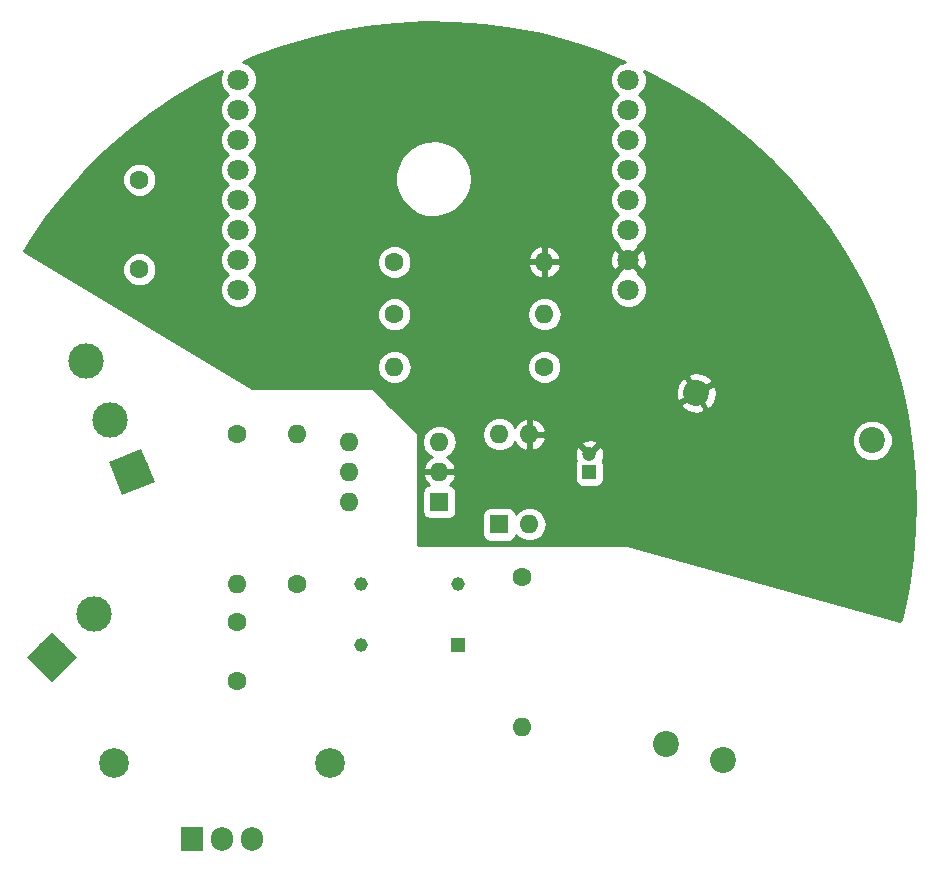
<source format=gbr>
G04 #@! TF.GenerationSoftware,KiCad,Pcbnew,5.0.0+dfsg1-2*
G04 #@! TF.CreationDate,2019-05-26T04:41:42+02:00*
G04 #@! TF.ProjectId,ceiling-light-controller,6365696C696E672D6C696768742D636F,rev?*
G04 #@! TF.SameCoordinates,Original*
G04 #@! TF.FileFunction,Copper,L2,Bot,Signal*
G04 #@! TF.FilePolarity,Positive*
%FSLAX46Y46*%
G04 Gerber Fmt 4.6, Leading zero omitted, Abs format (unit mm)*
G04 Created by KiCad (PCBNEW 5.0.0+dfsg1-2) date Sun May 26 04:41:42 2019*
%MOMM*%
%LPD*%
G01*
G04 APERTURE LIST*
G04 #@! TA.AperFunction,ComponentPad*
%ADD10O,1.600000X1.600000*%
G04 #@! TD*
G04 #@! TA.AperFunction,ComponentPad*
%ADD11R,1.600000X1.600000*%
G04 #@! TD*
G04 #@! TA.AperFunction,ComponentPad*
%ADD12R,1.160000X1.160000*%
G04 #@! TD*
G04 #@! TA.AperFunction,ComponentPad*
%ADD13C,1.160000*%
G04 #@! TD*
G04 #@! TA.AperFunction,ComponentPad*
%ADD14C,1.600000*%
G04 #@! TD*
G04 #@! TA.AperFunction,ComponentPad*
%ADD15R,1.905000X2.000000*%
G04 #@! TD*
G04 #@! TA.AperFunction,ComponentPad*
%ADD16O,1.905000X2.000000*%
G04 #@! TD*
G04 #@! TA.AperFunction,ComponentPad*
%ADD17C,2.524000*%
G04 #@! TD*
G04 #@! TA.AperFunction,ComponentPad*
%ADD18R,1.200000X1.200000*%
G04 #@! TD*
G04 #@! TA.AperFunction,ComponentPad*
%ADD19C,1.200000*%
G04 #@! TD*
G04 #@! TA.AperFunction,ComponentPad*
%ADD20C,3.000000*%
G04 #@! TD*
G04 #@! TA.AperFunction,Conductor*
%ADD21C,0.100000*%
G04 #@! TD*
G04 #@! TA.AperFunction,ComponentPad*
%ADD22C,2.200000*%
G04 #@! TD*
G04 #@! TA.AperFunction,ComponentPad*
%ADD23C,1.800000*%
G04 #@! TD*
G04 #@! TA.AperFunction,Conductor*
%ADD24C,0.254000*%
G04 #@! TD*
G04 APERTURE END LIST*
D10*
G04 #@! TO.P,U3,6*
G04 #@! TO.N,Net-(R3-Pad2)*
X139700000Y-98425000D03*
G04 #@! TO.P,U3,3*
G04 #@! TO.N,Net-(U3-Pad3)*
X147320000Y-93345000D03*
G04 #@! TO.P,U3,5*
G04 #@! TO.N,Net-(U3-Pad5)*
X139700000Y-95885000D03*
G04 #@! TO.P,U3,2*
G04 #@! TO.N,GND*
X147320000Y-95885000D03*
G04 #@! TO.P,U3,4*
G04 #@! TO.N,Net-(Q1-Pad3)*
X139700000Y-93345000D03*
D11*
G04 #@! TO.P,U3,1*
G04 #@! TO.N,Net-(R5-Pad1)*
X147320000Y-98425000D03*
G04 #@! TD*
D12*
G04 #@! TO.P,BR1,1*
G04 #@! TO.N,Net-(BR1-Pad1)*
X148905000Y-110500000D03*
D13*
G04 #@! TO.P,BR1,2*
G04 #@! TO.N,Net-(BR1-Pad2)*
X148905000Y-105400000D03*
G04 #@! TO.P,BR1,3*
G04 #@! TO.N,Net-(BR1-Pad3)*
X140655000Y-105400000D03*
G04 #@! TO.P,BR1,4*
G04 #@! TO.N,Net-(BR1-Pad4)*
X140655000Y-110500000D03*
G04 #@! TD*
D14*
G04 #@! TO.P,R7,1*
G04 #@! TO.N,Net-(R7-Pad1)*
X121920000Y-78740000D03*
G04 #@! TO.P,R7,2*
G04 #@! TO.N,Net-(R6-Pad1)*
X121920000Y-71140000D03*
G04 #@! TD*
G04 #@! TO.P,R6,1*
G04 #@! TO.N,Net-(R6-Pad1)*
X143510000Y-78105000D03*
D10*
G04 #@! TO.P,R6,2*
G04 #@! TO.N,GND*
X156210000Y-78105000D03*
G04 #@! TD*
D15*
G04 #@! TO.P,Q1,1*
G04 #@! TO.N,Net-(C5-Pad2)*
X126365000Y-127000000D03*
D16*
G04 #@! TO.P,Q1,2*
G04 #@! TO.N,Net-(J1-Pad1)*
X128905000Y-127000000D03*
G04 #@! TO.P,Q1,3*
G04 #@! TO.N,Net-(Q1-Pad3)*
X131445000Y-127000000D03*
D17*
G04 #@! TO.P,Q1,4*
G04 #@! TO.N,N/C*
X119780000Y-120500000D03*
G04 #@! TO.P,Q1,5*
X138030000Y-120500000D03*
G04 #@! TD*
D18*
G04 #@! TO.P,C1,1*
G04 #@! TO.N,Net-(C1-Pad1)*
X160020000Y-95885000D03*
D19*
G04 #@! TO.P,C1,2*
G04 #@! TO.N,GND*
X160020000Y-94385000D03*
G04 #@! TD*
D14*
G04 #@! TO.P,C5,1*
G04 #@! TO.N,Net-(C5-Pad1)*
X130175000Y-108585000D03*
G04 #@! TO.P,C5,2*
G04 #@! TO.N,Net-(C5-Pad2)*
X130175000Y-113585000D03*
G04 #@! TD*
G04 #@! TO.P,R1,1*
G04 #@! TO.N,Net-(R1-Pad1)*
X154305000Y-104775000D03*
D10*
G04 #@! TO.P,R1,2*
G04 #@! TO.N,Net-(BR1-Pad1)*
X154305000Y-117475000D03*
G04 #@! TD*
D14*
G04 #@! TO.P,R5,1*
G04 #@! TO.N,Net-(R5-Pad1)*
X143510000Y-82550000D03*
D10*
G04 #@! TO.P,R5,2*
G04 #@! TO.N,Net-(R5-Pad2)*
X156210000Y-82550000D03*
G04 #@! TD*
G04 #@! TO.P,R4,2*
G04 #@! TO.N,Net-(C5-Pad1)*
X130175000Y-105410000D03*
D14*
G04 #@! TO.P,R4,1*
G04 #@! TO.N,Net-(J1-Pad1)*
X130175000Y-92710000D03*
G04 #@! TD*
G04 #@! TO.P,R3,1*
G04 #@! TO.N,Net-(J1-Pad1)*
X135255000Y-105410000D03*
D10*
G04 #@! TO.P,R3,2*
G04 #@! TO.N,Net-(R3-Pad2)*
X135255000Y-92710000D03*
G04 #@! TD*
G04 #@! TO.P,R2,2*
G04 #@! TO.N,Net-(C1-Pad1)*
X143510000Y-86995000D03*
D14*
G04 #@! TO.P,R2,1*
G04 #@! TO.N,Net-(D1-Pad1)*
X156210000Y-86995000D03*
G04 #@! TD*
D20*
G04 #@! TO.P,J2,1*
G04 #@! TO.N,Net-(BR1-Pad4)*
X114517898Y-111542102D03*
D21*
G04 #@! TD*
G04 #@! TO.N,Net-(BR1-Pad4)*
G04 #@! TO.C,J2*
G36*
X114517898Y-113663422D02*
X112396578Y-111542102D01*
X114517898Y-109420782D01*
X116639218Y-111542102D01*
X114517898Y-113663422D01*
X114517898Y-113663422D01*
G37*
D20*
G04 #@! TO.P,J2,2*
G04 #@! TO.N,Net-(C5-Pad2)*
X118110000Y-107950000D03*
G04 #@! TD*
G04 #@! TO.P,J1,1*
G04 #@! TO.N,Net-(J1-Pad1)*
X121285000Y-95885000D03*
D21*
G04 #@! TD*
G04 #@! TO.N,Net-(J1-Pad1)*
G04 #@! TO.C,J1*
G36*
X123244844Y-96696794D02*
X120473206Y-97844844D01*
X119325156Y-95073206D01*
X122096794Y-93925156D01*
X123244844Y-96696794D01*
X123244844Y-96696794D01*
G37*
D20*
G04 #@! TO.P,J1,2*
G04 #@! TO.N,Net-(BR1-Pad3)*
X119457687Y-91473475D03*
G04 #@! TO.P,J1,3*
G04 #@! TO.N,Net-(BR1-Pad4)*
X117396936Y-86498384D03*
G04 #@! TD*
D10*
G04 #@! TO.P,U1,4*
G04 #@! TO.N,Net-(C1-Pad1)*
X152400000Y-92710000D03*
G04 #@! TO.P,U1,2*
G04 #@! TO.N,Net-(BR1-Pad2)*
X154940000Y-100330000D03*
G04 #@! TO.P,U1,3*
G04 #@! TO.N,GND*
X154940000Y-92710000D03*
D11*
G04 #@! TO.P,U1,1*
G04 #@! TO.N,Net-(R1-Pad1)*
X152400000Y-100330000D03*
G04 #@! TD*
D22*
G04 #@! TO.P,U2,1*
G04 #@! TO.N,Net-(BR1-Pad4)*
X166500545Y-118962062D03*
G04 #@! TO.P,U2,2*
G04 #@! TO.N,Net-(J1-Pad1)*
X171330175Y-120256157D03*
G04 #@! TO.P,U2,3*
G04 #@! TO.N,GND*
X169087011Y-89217984D03*
G04 #@! TO.P,U2,4*
G04 #@! TO.N,Net-(D1-Pad1)*
X183962269Y-93203797D03*
G04 #@! TD*
D23*
G04 #@! TO.P,U4,16*
G04 #@! TO.N,Net-(R7-Pad1)*
X130315000Y-80455000D03*
G04 #@! TO.P,U4,1*
G04 #@! TO.N,Net-(D1-Pad1)*
X163335000Y-80455000D03*
G04 #@! TO.P,U4,15*
G04 #@! TO.N,Net-(U4-Pad15)*
X130315000Y-77915000D03*
G04 #@! TO.P,U4,2*
G04 #@! TO.N,GND*
X163335000Y-77915000D03*
G04 #@! TO.P,U4,14*
G04 #@! TO.N,Net-(U4-Pad14)*
X130315000Y-75375000D03*
G04 #@! TO.P,U4,3*
G04 #@! TO.N,Net-(C1-Pad1)*
X163335000Y-75375000D03*
G04 #@! TO.P,U4,13*
G04 #@! TO.N,Net-(U4-Pad13)*
X130315000Y-72835000D03*
G04 #@! TO.P,U4,4*
G04 #@! TO.N,Net-(R5-Pad2)*
X163335000Y-72835000D03*
G04 #@! TO.P,U4,12*
G04 #@! TO.N,Net-(U4-Pad12)*
X130315000Y-70295000D03*
G04 #@! TO.P,U4,5*
G04 #@! TO.N,Net-(D1-Pad4)*
X163335000Y-70295000D03*
G04 #@! TO.P,U4,11*
G04 #@! TO.N,Net-(U4-Pad11)*
X130315000Y-67755000D03*
G04 #@! TO.P,U4,6*
G04 #@! TO.N,Net-(U4-Pad6)*
X163335000Y-67755000D03*
G04 #@! TO.P,U4,10*
G04 #@! TO.N,Net-(R6-Pad1)*
X130315000Y-65215000D03*
G04 #@! TO.P,U4,7*
G04 #@! TO.N,Net-(U4-Pad7)*
X163335000Y-65215000D03*
G04 #@! TO.P,U4,9*
G04 #@! TO.N,Net-(U4-Pad9)*
X130315000Y-62675000D03*
G04 #@! TO.P,U4,8*
G04 #@! TO.N,Net-(U4-Pad8)*
X163335000Y-62675000D03*
G04 #@! TD*
D24*
G04 #@! TO.N,GND*
G36*
X148603144Y-57838799D02*
X151086103Y-58023315D01*
X153553166Y-58359067D01*
X155995130Y-58844804D01*
X158402886Y-59478714D01*
X160767451Y-60258430D01*
X163003890Y-61150679D01*
X162465493Y-61373690D01*
X162033690Y-61805493D01*
X161800000Y-62369670D01*
X161800000Y-62980330D01*
X162033690Y-63544507D01*
X162434183Y-63945000D01*
X162033690Y-64345493D01*
X161800000Y-64909670D01*
X161800000Y-65520330D01*
X162033690Y-66084507D01*
X162434183Y-66485000D01*
X162033690Y-66885493D01*
X161800000Y-67449670D01*
X161800000Y-68060330D01*
X162033690Y-68624507D01*
X162434183Y-69025000D01*
X162033690Y-69425493D01*
X161800000Y-69989670D01*
X161800000Y-70600330D01*
X162033690Y-71164507D01*
X162434183Y-71565000D01*
X162033690Y-71965493D01*
X161800000Y-72529670D01*
X161800000Y-73140330D01*
X162033690Y-73704507D01*
X162434183Y-74105000D01*
X162033690Y-74505493D01*
X161800000Y-75069670D01*
X161800000Y-75680330D01*
X162033690Y-76244507D01*
X162465493Y-76676310D01*
X162485115Y-76684438D01*
X162434446Y-76834841D01*
X163335000Y-77735395D01*
X164235554Y-76834841D01*
X164184885Y-76684438D01*
X164204507Y-76676310D01*
X164636310Y-76244507D01*
X164870000Y-75680330D01*
X164870000Y-75069670D01*
X164636310Y-74505493D01*
X164235817Y-74105000D01*
X164636310Y-73704507D01*
X164870000Y-73140330D01*
X164870000Y-72529670D01*
X164636310Y-71965493D01*
X164235817Y-71565000D01*
X164636310Y-71164507D01*
X164870000Y-70600330D01*
X164870000Y-69989670D01*
X164636310Y-69425493D01*
X164235817Y-69025000D01*
X164636310Y-68624507D01*
X164870000Y-68060330D01*
X164870000Y-67449670D01*
X164636310Y-66885493D01*
X164235817Y-66485000D01*
X164636310Y-66084507D01*
X164870000Y-65520330D01*
X164870000Y-64909670D01*
X164636310Y-64345493D01*
X164235817Y-63945000D01*
X164636310Y-63544507D01*
X164870000Y-62980330D01*
X164870000Y-62369670D01*
X164692706Y-61941645D01*
X165331923Y-62243119D01*
X167514801Y-63440687D01*
X169620499Y-64769283D01*
X171641160Y-66223951D01*
X173569246Y-67799264D01*
X175397566Y-69489345D01*
X177119299Y-71287891D01*
X178728022Y-73188191D01*
X180217733Y-75183157D01*
X181582876Y-77265346D01*
X182818359Y-79426992D01*
X183919571Y-81660030D01*
X184882406Y-83956131D01*
X185703271Y-86306728D01*
X186379105Y-88703054D01*
X186907386Y-91136169D01*
X187286144Y-93596996D01*
X187513965Y-96076356D01*
X187590000Y-98565000D01*
X187534133Y-100698475D01*
X187327957Y-103179729D01*
X186970688Y-105643768D01*
X186463660Y-108081400D01*
X186356946Y-108472821D01*
X163228675Y-102112546D01*
X163195000Y-102108000D01*
X145542000Y-102108000D01*
X145542000Y-97625000D01*
X145872560Y-97625000D01*
X145872560Y-99225000D01*
X145921843Y-99472765D01*
X146062191Y-99682809D01*
X146272235Y-99823157D01*
X146520000Y-99872440D01*
X148120000Y-99872440D01*
X148367765Y-99823157D01*
X148577809Y-99682809D01*
X148679913Y-99530000D01*
X150952560Y-99530000D01*
X150952560Y-101130000D01*
X151001843Y-101377765D01*
X151142191Y-101587809D01*
X151352235Y-101728157D01*
X151600000Y-101777440D01*
X153200000Y-101777440D01*
X153447765Y-101728157D01*
X153657809Y-101587809D01*
X153798157Y-101377765D01*
X153824785Y-101243894D01*
X153905423Y-101364577D01*
X154380091Y-101681740D01*
X154798667Y-101765000D01*
X155081333Y-101765000D01*
X155499909Y-101681740D01*
X155974577Y-101364577D01*
X156291740Y-100889909D01*
X156403113Y-100330000D01*
X156291740Y-99770091D01*
X155974577Y-99295423D01*
X155499909Y-98978260D01*
X155081333Y-98895000D01*
X154798667Y-98895000D01*
X154380091Y-98978260D01*
X153905423Y-99295423D01*
X153824785Y-99416106D01*
X153798157Y-99282235D01*
X153657809Y-99072191D01*
X153447765Y-98931843D01*
X153200000Y-98882560D01*
X151600000Y-98882560D01*
X151352235Y-98931843D01*
X151142191Y-99072191D01*
X151001843Y-99282235D01*
X150952560Y-99530000D01*
X148679913Y-99530000D01*
X148718157Y-99472765D01*
X148767440Y-99225000D01*
X148767440Y-97625000D01*
X148718157Y-97377235D01*
X148577809Y-97167191D01*
X148367765Y-97026843D01*
X148212639Y-96995987D01*
X148551041Y-96622423D01*
X148711904Y-96234039D01*
X148589915Y-96012000D01*
X147447000Y-96012000D01*
X147447000Y-96032000D01*
X147193000Y-96032000D01*
X147193000Y-96012000D01*
X146050085Y-96012000D01*
X145928096Y-96234039D01*
X146088959Y-96622423D01*
X146427361Y-96995987D01*
X146272235Y-97026843D01*
X146062191Y-97167191D01*
X145921843Y-97377235D01*
X145872560Y-97625000D01*
X145542000Y-97625000D01*
X145542000Y-93345000D01*
X145856887Y-93345000D01*
X145968260Y-93904909D01*
X146285423Y-94379577D01*
X146669108Y-94635947D01*
X146464866Y-94732611D01*
X146088959Y-95147577D01*
X145928096Y-95535961D01*
X146050085Y-95758000D01*
X147193000Y-95758000D01*
X147193000Y-95738000D01*
X147447000Y-95738000D01*
X147447000Y-95758000D01*
X148589915Y-95758000D01*
X148711904Y-95535961D01*
X148551041Y-95147577D01*
X148175134Y-94732611D01*
X147970892Y-94635947D01*
X148354577Y-94379577D01*
X148463851Y-94216036D01*
X158772193Y-94216036D01*
X158802518Y-94706413D01*
X158894505Y-94928490D01*
X158821843Y-95037235D01*
X158772560Y-95285000D01*
X158772560Y-96485000D01*
X158821843Y-96732765D01*
X158962191Y-96942809D01*
X159172235Y-97083157D01*
X159420000Y-97132440D01*
X160620000Y-97132440D01*
X160867765Y-97083157D01*
X161077809Y-96942809D01*
X161218157Y-96732765D01*
X161267440Y-96485000D01*
X161267440Y-95285000D01*
X161218157Y-95037235D01*
X161141291Y-94922198D01*
X161267807Y-94553964D01*
X161237482Y-94063587D01*
X161108164Y-93751383D01*
X160882735Y-93701870D01*
X160199605Y-94385000D01*
X160213748Y-94399143D01*
X160034143Y-94578748D01*
X160020000Y-94564605D01*
X160005858Y-94578748D01*
X159826253Y-94399143D01*
X159840395Y-94385000D01*
X159157265Y-93701870D01*
X158931836Y-93751383D01*
X158772193Y-94216036D01*
X148463851Y-94216036D01*
X148671740Y-93904909D01*
X148783113Y-93345000D01*
X148671740Y-92785091D01*
X148621566Y-92710000D01*
X150936887Y-92710000D01*
X151048260Y-93269909D01*
X151365423Y-93744577D01*
X151840091Y-94061740D01*
X152258667Y-94145000D01*
X152541333Y-94145000D01*
X152959909Y-94061740D01*
X153434577Y-93744577D01*
X153690947Y-93360892D01*
X153787611Y-93565134D01*
X154202577Y-93941041D01*
X154590961Y-94101904D01*
X154813000Y-93979915D01*
X154813000Y-92837000D01*
X155067000Y-92837000D01*
X155067000Y-93979915D01*
X155289039Y-94101904D01*
X155677423Y-93941041D01*
X156092389Y-93565134D01*
X156112678Y-93522265D01*
X159336870Y-93522265D01*
X160020000Y-94205395D01*
X160703130Y-93522265D01*
X160653617Y-93296836D01*
X160188964Y-93137193D01*
X159698587Y-93167518D01*
X159386383Y-93296836D01*
X159336870Y-93522265D01*
X156112678Y-93522265D01*
X156331914Y-93059041D01*
X156222474Y-92858684D01*
X182227269Y-92858684D01*
X182227269Y-93548910D01*
X182491407Y-94186596D01*
X182979470Y-94674659D01*
X183617156Y-94938797D01*
X184307382Y-94938797D01*
X184945068Y-94674659D01*
X185433131Y-94186596D01*
X185697269Y-93548910D01*
X185697269Y-92858684D01*
X185433131Y-92220998D01*
X184945068Y-91732935D01*
X184307382Y-91468797D01*
X183617156Y-91468797D01*
X182979470Y-91732935D01*
X182491407Y-92220998D01*
X182227269Y-92858684D01*
X156222474Y-92858684D01*
X156210629Y-92837000D01*
X155067000Y-92837000D01*
X154813000Y-92837000D01*
X154793000Y-92837000D01*
X154793000Y-92583000D01*
X154813000Y-92583000D01*
X154813000Y-91440085D01*
X155067000Y-91440085D01*
X155067000Y-92583000D01*
X156210629Y-92583000D01*
X156331914Y-92360959D01*
X156092389Y-91854866D01*
X155677423Y-91478959D01*
X155289039Y-91318096D01*
X155067000Y-91440085D01*
X154813000Y-91440085D01*
X154590961Y-91318096D01*
X154202577Y-91478959D01*
X153787611Y-91854866D01*
X153690947Y-92059108D01*
X153434577Y-91675423D01*
X152959909Y-91358260D01*
X152541333Y-91275000D01*
X152258667Y-91275000D01*
X151840091Y-91358260D01*
X151365423Y-91675423D01*
X151048260Y-92150091D01*
X150936887Y-92710000D01*
X148621566Y-92710000D01*
X148354577Y-92310423D01*
X147879909Y-91993260D01*
X147461333Y-91910000D01*
X147178667Y-91910000D01*
X146760091Y-91993260D01*
X146285423Y-92310423D01*
X145968260Y-92785091D01*
X145856887Y-93345000D01*
X145542000Y-93345000D01*
X145542000Y-92710000D01*
X145532333Y-92661399D01*
X145504803Y-92620197D01*
X143015188Y-90130582D01*
X167760345Y-90130582D01*
X167795718Y-90427070D01*
X168356709Y-90829191D01*
X169028882Y-90986019D01*
X169600761Y-90910730D01*
X169779638Y-90671650D01*
X169040526Y-89391469D01*
X167760345Y-90130582D01*
X143015188Y-90130582D01*
X142044461Y-89159855D01*
X167318976Y-89159855D01*
X167394265Y-89731734D01*
X167633345Y-89910611D01*
X168752497Y-89264469D01*
X169260496Y-89264469D01*
X169999609Y-90544650D01*
X170296097Y-90509277D01*
X170698218Y-89948286D01*
X170855046Y-89276113D01*
X170779757Y-88704234D01*
X170540677Y-88525357D01*
X169260496Y-89264469D01*
X168752497Y-89264469D01*
X168913526Y-89171499D01*
X168174413Y-87891318D01*
X167877925Y-87926691D01*
X167475804Y-88487682D01*
X167318976Y-89159855D01*
X142044461Y-89159855D01*
X141694803Y-88810197D01*
X141653601Y-88782667D01*
X141605000Y-88773000D01*
X131480178Y-88773000D01*
X128516845Y-86995000D01*
X142046887Y-86995000D01*
X142158260Y-87554909D01*
X142475423Y-88029577D01*
X142950091Y-88346740D01*
X143368667Y-88430000D01*
X143651333Y-88430000D01*
X144069909Y-88346740D01*
X144544577Y-88029577D01*
X144861740Y-87554909D01*
X144973113Y-86995000D01*
X144916336Y-86709561D01*
X154775000Y-86709561D01*
X154775000Y-87280439D01*
X154993466Y-87807862D01*
X155397138Y-88211534D01*
X155924561Y-88430000D01*
X156495439Y-88430000D01*
X157022862Y-88211534D01*
X157426534Y-87807862D01*
X157444570Y-87764318D01*
X168394384Y-87764318D01*
X169133496Y-89044499D01*
X170413677Y-88305386D01*
X170378304Y-88008898D01*
X169817313Y-87606777D01*
X169145140Y-87449949D01*
X168573261Y-87525238D01*
X168394384Y-87764318D01*
X157444570Y-87764318D01*
X157645000Y-87280439D01*
X157645000Y-86709561D01*
X157426534Y-86182138D01*
X157022862Y-85778466D01*
X156495439Y-85560000D01*
X155924561Y-85560000D01*
X155397138Y-85778466D01*
X154993466Y-86182138D01*
X154775000Y-86709561D01*
X144916336Y-86709561D01*
X144861740Y-86435091D01*
X144544577Y-85960423D01*
X144069909Y-85643260D01*
X143651333Y-85560000D01*
X143368667Y-85560000D01*
X142950091Y-85643260D01*
X142475423Y-85960423D01*
X142158260Y-86435091D01*
X142046887Y-86995000D01*
X128516845Y-86995000D01*
X120632780Y-82264561D01*
X142075000Y-82264561D01*
X142075000Y-82835439D01*
X142293466Y-83362862D01*
X142697138Y-83766534D01*
X143224561Y-83985000D01*
X143795439Y-83985000D01*
X144322862Y-83766534D01*
X144726534Y-83362862D01*
X144945000Y-82835439D01*
X144945000Y-82550000D01*
X154746887Y-82550000D01*
X154858260Y-83109909D01*
X155175423Y-83584577D01*
X155650091Y-83901740D01*
X156068667Y-83985000D01*
X156351333Y-83985000D01*
X156769909Y-83901740D01*
X157244577Y-83584577D01*
X157561740Y-83109909D01*
X157673113Y-82550000D01*
X157561740Y-81990091D01*
X157244577Y-81515423D01*
X156769909Y-81198260D01*
X156351333Y-81115000D01*
X156068667Y-81115000D01*
X155650091Y-81198260D01*
X155175423Y-81515423D01*
X154858260Y-81990091D01*
X154746887Y-82550000D01*
X144945000Y-82550000D01*
X144945000Y-82264561D01*
X144726534Y-81737138D01*
X144322862Y-81333466D01*
X143795439Y-81115000D01*
X143224561Y-81115000D01*
X142697138Y-81333466D01*
X142293466Y-81737138D01*
X142075000Y-82264561D01*
X120632780Y-82264561D01*
X114282780Y-78454561D01*
X120485000Y-78454561D01*
X120485000Y-79025439D01*
X120703466Y-79552862D01*
X121107138Y-79956534D01*
X121634561Y-80175000D01*
X122205439Y-80175000D01*
X122732862Y-79956534D01*
X123136534Y-79552862D01*
X123355000Y-79025439D01*
X123355000Y-78454561D01*
X123136534Y-77927138D01*
X122732862Y-77523466D01*
X122205439Y-77305000D01*
X121634561Y-77305000D01*
X121107138Y-77523466D01*
X120703466Y-77927138D01*
X120485000Y-78454561D01*
X114282780Y-78454561D01*
X112145453Y-77172165D01*
X112636594Y-76362790D01*
X114055775Y-74317049D01*
X115597198Y-72361763D01*
X116942427Y-70854561D01*
X120485000Y-70854561D01*
X120485000Y-71425439D01*
X120703466Y-71952862D01*
X121107138Y-72356534D01*
X121634561Y-72575000D01*
X122205439Y-72575000D01*
X122732862Y-72356534D01*
X123136534Y-71952862D01*
X123355000Y-71425439D01*
X123355000Y-70854561D01*
X123136534Y-70327138D01*
X122732862Y-69923466D01*
X122205439Y-69705000D01*
X121634561Y-69705000D01*
X121107138Y-69923466D01*
X120703466Y-70327138D01*
X120485000Y-70854561D01*
X116942427Y-70854561D01*
X117255114Y-70504226D01*
X119023337Y-68751366D01*
X120895271Y-67109724D01*
X122863934Y-65585422D01*
X124921981Y-64184148D01*
X127061736Y-62911128D01*
X128960871Y-61933009D01*
X128780000Y-62369670D01*
X128780000Y-62980330D01*
X129013690Y-63544507D01*
X129414183Y-63945000D01*
X129013690Y-64345493D01*
X128780000Y-64909670D01*
X128780000Y-65520330D01*
X129013690Y-66084507D01*
X129414183Y-66485000D01*
X129013690Y-66885493D01*
X128780000Y-67449670D01*
X128780000Y-68060330D01*
X129013690Y-68624507D01*
X129414183Y-69025000D01*
X129013690Y-69425493D01*
X128780000Y-69989670D01*
X128780000Y-70600330D01*
X129013690Y-71164507D01*
X129414183Y-71565000D01*
X129013690Y-71965493D01*
X128780000Y-72529670D01*
X128780000Y-73140330D01*
X129013690Y-73704507D01*
X129414183Y-74105000D01*
X129013690Y-74505493D01*
X128780000Y-75069670D01*
X128780000Y-75680330D01*
X129013690Y-76244507D01*
X129414183Y-76645000D01*
X129013690Y-77045493D01*
X128780000Y-77609670D01*
X128780000Y-78220330D01*
X129013690Y-78784507D01*
X129414183Y-79185000D01*
X129013690Y-79585493D01*
X128780000Y-80149670D01*
X128780000Y-80760330D01*
X129013690Y-81324507D01*
X129445493Y-81756310D01*
X130009670Y-81990000D01*
X130620330Y-81990000D01*
X131184507Y-81756310D01*
X131616310Y-81324507D01*
X131850000Y-80760330D01*
X131850000Y-80149670D01*
X161800000Y-80149670D01*
X161800000Y-80760330D01*
X162033690Y-81324507D01*
X162465493Y-81756310D01*
X163029670Y-81990000D01*
X163640330Y-81990000D01*
X164204507Y-81756310D01*
X164636310Y-81324507D01*
X164870000Y-80760330D01*
X164870000Y-80149670D01*
X164636310Y-79585493D01*
X164204507Y-79153690D01*
X164184885Y-79145562D01*
X164235554Y-78995159D01*
X163335000Y-78094605D01*
X162434446Y-78995159D01*
X162485115Y-79145562D01*
X162465493Y-79153690D01*
X162033690Y-79585493D01*
X161800000Y-80149670D01*
X131850000Y-80149670D01*
X131616310Y-79585493D01*
X131215817Y-79185000D01*
X131616310Y-78784507D01*
X131850000Y-78220330D01*
X131850000Y-77819561D01*
X142075000Y-77819561D01*
X142075000Y-78390439D01*
X142293466Y-78917862D01*
X142697138Y-79321534D01*
X143224561Y-79540000D01*
X143795439Y-79540000D01*
X144322862Y-79321534D01*
X144726534Y-78917862D01*
X144918655Y-78454039D01*
X154818096Y-78454039D01*
X154978959Y-78842423D01*
X155354866Y-79257389D01*
X155860959Y-79496914D01*
X156083000Y-79375629D01*
X156083000Y-78232000D01*
X156337000Y-78232000D01*
X156337000Y-79375629D01*
X156559041Y-79496914D01*
X157065134Y-79257389D01*
X157441041Y-78842423D01*
X157601904Y-78454039D01*
X157479915Y-78232000D01*
X156337000Y-78232000D01*
X156083000Y-78232000D01*
X154940085Y-78232000D01*
X154818096Y-78454039D01*
X144918655Y-78454039D01*
X144945000Y-78390439D01*
X144945000Y-77819561D01*
X144918656Y-77755961D01*
X154818096Y-77755961D01*
X154940085Y-77978000D01*
X156083000Y-77978000D01*
X156083000Y-76834371D01*
X156337000Y-76834371D01*
X156337000Y-77978000D01*
X157479915Y-77978000D01*
X157601904Y-77755961D01*
X157568097Y-77674336D01*
X161788542Y-77674336D01*
X161814161Y-78284460D01*
X161998357Y-78729148D01*
X162254841Y-78815554D01*
X163155395Y-77915000D01*
X163514605Y-77915000D01*
X164415159Y-78815554D01*
X164671643Y-78729148D01*
X164881458Y-78155664D01*
X164855839Y-77545540D01*
X164671643Y-77100852D01*
X164415159Y-77014446D01*
X163514605Y-77915000D01*
X163155395Y-77915000D01*
X162254841Y-77014446D01*
X161998357Y-77100852D01*
X161788542Y-77674336D01*
X157568097Y-77674336D01*
X157441041Y-77367577D01*
X157065134Y-76952611D01*
X156559041Y-76713086D01*
X156337000Y-76834371D01*
X156083000Y-76834371D01*
X155860959Y-76713086D01*
X155354866Y-76952611D01*
X154978959Y-77367577D01*
X154818096Y-77755961D01*
X144918656Y-77755961D01*
X144726534Y-77292138D01*
X144322862Y-76888466D01*
X143795439Y-76670000D01*
X143224561Y-76670000D01*
X142697138Y-76888466D01*
X142293466Y-77292138D01*
X142075000Y-77819561D01*
X131850000Y-77819561D01*
X131850000Y-77609670D01*
X131616310Y-77045493D01*
X131215817Y-76645000D01*
X131616310Y-76244507D01*
X131850000Y-75680330D01*
X131850000Y-75069670D01*
X131616310Y-74505493D01*
X131215817Y-74105000D01*
X131616310Y-73704507D01*
X131850000Y-73140330D01*
X131850000Y-72529670D01*
X131616310Y-71965493D01*
X131215817Y-71565000D01*
X131616310Y-71164507D01*
X131826509Y-70657040D01*
X143595667Y-70657040D01*
X143595667Y-71472960D01*
X143798578Y-72263245D01*
X144191650Y-72978241D01*
X144750185Y-73573021D01*
X145439088Y-74010212D01*
X146215074Y-74262345D01*
X147029383Y-74313577D01*
X147830850Y-74160689D01*
X148569116Y-73813287D01*
X149197793Y-73293201D01*
X149677378Y-72633108D01*
X149977738Y-71874486D01*
X150080000Y-71065000D01*
X149977738Y-70255514D01*
X149677378Y-69496892D01*
X149197793Y-68836799D01*
X148569116Y-68316713D01*
X147830850Y-67969311D01*
X147029383Y-67816423D01*
X146215074Y-67867655D01*
X145439088Y-68119788D01*
X144750185Y-68556979D01*
X144191650Y-69151759D01*
X143798578Y-69866755D01*
X143595667Y-70657040D01*
X131826509Y-70657040D01*
X131850000Y-70600330D01*
X131850000Y-69989670D01*
X131616310Y-69425493D01*
X131215817Y-69025000D01*
X131616310Y-68624507D01*
X131850000Y-68060330D01*
X131850000Y-67449670D01*
X131616310Y-66885493D01*
X131215817Y-66485000D01*
X131616310Y-66084507D01*
X131850000Y-65520330D01*
X131850000Y-64909670D01*
X131616310Y-64345493D01*
X131215817Y-63945000D01*
X131616310Y-63544507D01*
X131850000Y-62980330D01*
X131850000Y-62369670D01*
X131616310Y-61805493D01*
X131184507Y-61373690D01*
X130666273Y-61159030D01*
X131554162Y-60768350D01*
X133890076Y-59906586D01*
X136274242Y-59189034D01*
X138697766Y-58618369D01*
X141151609Y-58196722D01*
X143626615Y-57925665D01*
X146113553Y-57806209D01*
X148603144Y-57838799D01*
X148603144Y-57838799D01*
G37*
X148603144Y-57838799D02*
X151086103Y-58023315D01*
X153553166Y-58359067D01*
X155995130Y-58844804D01*
X158402886Y-59478714D01*
X160767451Y-60258430D01*
X163003890Y-61150679D01*
X162465493Y-61373690D01*
X162033690Y-61805493D01*
X161800000Y-62369670D01*
X161800000Y-62980330D01*
X162033690Y-63544507D01*
X162434183Y-63945000D01*
X162033690Y-64345493D01*
X161800000Y-64909670D01*
X161800000Y-65520330D01*
X162033690Y-66084507D01*
X162434183Y-66485000D01*
X162033690Y-66885493D01*
X161800000Y-67449670D01*
X161800000Y-68060330D01*
X162033690Y-68624507D01*
X162434183Y-69025000D01*
X162033690Y-69425493D01*
X161800000Y-69989670D01*
X161800000Y-70600330D01*
X162033690Y-71164507D01*
X162434183Y-71565000D01*
X162033690Y-71965493D01*
X161800000Y-72529670D01*
X161800000Y-73140330D01*
X162033690Y-73704507D01*
X162434183Y-74105000D01*
X162033690Y-74505493D01*
X161800000Y-75069670D01*
X161800000Y-75680330D01*
X162033690Y-76244507D01*
X162465493Y-76676310D01*
X162485115Y-76684438D01*
X162434446Y-76834841D01*
X163335000Y-77735395D01*
X164235554Y-76834841D01*
X164184885Y-76684438D01*
X164204507Y-76676310D01*
X164636310Y-76244507D01*
X164870000Y-75680330D01*
X164870000Y-75069670D01*
X164636310Y-74505493D01*
X164235817Y-74105000D01*
X164636310Y-73704507D01*
X164870000Y-73140330D01*
X164870000Y-72529670D01*
X164636310Y-71965493D01*
X164235817Y-71565000D01*
X164636310Y-71164507D01*
X164870000Y-70600330D01*
X164870000Y-69989670D01*
X164636310Y-69425493D01*
X164235817Y-69025000D01*
X164636310Y-68624507D01*
X164870000Y-68060330D01*
X164870000Y-67449670D01*
X164636310Y-66885493D01*
X164235817Y-66485000D01*
X164636310Y-66084507D01*
X164870000Y-65520330D01*
X164870000Y-64909670D01*
X164636310Y-64345493D01*
X164235817Y-63945000D01*
X164636310Y-63544507D01*
X164870000Y-62980330D01*
X164870000Y-62369670D01*
X164692706Y-61941645D01*
X165331923Y-62243119D01*
X167514801Y-63440687D01*
X169620499Y-64769283D01*
X171641160Y-66223951D01*
X173569246Y-67799264D01*
X175397566Y-69489345D01*
X177119299Y-71287891D01*
X178728022Y-73188191D01*
X180217733Y-75183157D01*
X181582876Y-77265346D01*
X182818359Y-79426992D01*
X183919571Y-81660030D01*
X184882406Y-83956131D01*
X185703271Y-86306728D01*
X186379105Y-88703054D01*
X186907386Y-91136169D01*
X187286144Y-93596996D01*
X187513965Y-96076356D01*
X187590000Y-98565000D01*
X187534133Y-100698475D01*
X187327957Y-103179729D01*
X186970688Y-105643768D01*
X186463660Y-108081400D01*
X186356946Y-108472821D01*
X163228675Y-102112546D01*
X163195000Y-102108000D01*
X145542000Y-102108000D01*
X145542000Y-97625000D01*
X145872560Y-97625000D01*
X145872560Y-99225000D01*
X145921843Y-99472765D01*
X146062191Y-99682809D01*
X146272235Y-99823157D01*
X146520000Y-99872440D01*
X148120000Y-99872440D01*
X148367765Y-99823157D01*
X148577809Y-99682809D01*
X148679913Y-99530000D01*
X150952560Y-99530000D01*
X150952560Y-101130000D01*
X151001843Y-101377765D01*
X151142191Y-101587809D01*
X151352235Y-101728157D01*
X151600000Y-101777440D01*
X153200000Y-101777440D01*
X153447765Y-101728157D01*
X153657809Y-101587809D01*
X153798157Y-101377765D01*
X153824785Y-101243894D01*
X153905423Y-101364577D01*
X154380091Y-101681740D01*
X154798667Y-101765000D01*
X155081333Y-101765000D01*
X155499909Y-101681740D01*
X155974577Y-101364577D01*
X156291740Y-100889909D01*
X156403113Y-100330000D01*
X156291740Y-99770091D01*
X155974577Y-99295423D01*
X155499909Y-98978260D01*
X155081333Y-98895000D01*
X154798667Y-98895000D01*
X154380091Y-98978260D01*
X153905423Y-99295423D01*
X153824785Y-99416106D01*
X153798157Y-99282235D01*
X153657809Y-99072191D01*
X153447765Y-98931843D01*
X153200000Y-98882560D01*
X151600000Y-98882560D01*
X151352235Y-98931843D01*
X151142191Y-99072191D01*
X151001843Y-99282235D01*
X150952560Y-99530000D01*
X148679913Y-99530000D01*
X148718157Y-99472765D01*
X148767440Y-99225000D01*
X148767440Y-97625000D01*
X148718157Y-97377235D01*
X148577809Y-97167191D01*
X148367765Y-97026843D01*
X148212639Y-96995987D01*
X148551041Y-96622423D01*
X148711904Y-96234039D01*
X148589915Y-96012000D01*
X147447000Y-96012000D01*
X147447000Y-96032000D01*
X147193000Y-96032000D01*
X147193000Y-96012000D01*
X146050085Y-96012000D01*
X145928096Y-96234039D01*
X146088959Y-96622423D01*
X146427361Y-96995987D01*
X146272235Y-97026843D01*
X146062191Y-97167191D01*
X145921843Y-97377235D01*
X145872560Y-97625000D01*
X145542000Y-97625000D01*
X145542000Y-93345000D01*
X145856887Y-93345000D01*
X145968260Y-93904909D01*
X146285423Y-94379577D01*
X146669108Y-94635947D01*
X146464866Y-94732611D01*
X146088959Y-95147577D01*
X145928096Y-95535961D01*
X146050085Y-95758000D01*
X147193000Y-95758000D01*
X147193000Y-95738000D01*
X147447000Y-95738000D01*
X147447000Y-95758000D01*
X148589915Y-95758000D01*
X148711904Y-95535961D01*
X148551041Y-95147577D01*
X148175134Y-94732611D01*
X147970892Y-94635947D01*
X148354577Y-94379577D01*
X148463851Y-94216036D01*
X158772193Y-94216036D01*
X158802518Y-94706413D01*
X158894505Y-94928490D01*
X158821843Y-95037235D01*
X158772560Y-95285000D01*
X158772560Y-96485000D01*
X158821843Y-96732765D01*
X158962191Y-96942809D01*
X159172235Y-97083157D01*
X159420000Y-97132440D01*
X160620000Y-97132440D01*
X160867765Y-97083157D01*
X161077809Y-96942809D01*
X161218157Y-96732765D01*
X161267440Y-96485000D01*
X161267440Y-95285000D01*
X161218157Y-95037235D01*
X161141291Y-94922198D01*
X161267807Y-94553964D01*
X161237482Y-94063587D01*
X161108164Y-93751383D01*
X160882735Y-93701870D01*
X160199605Y-94385000D01*
X160213748Y-94399143D01*
X160034143Y-94578748D01*
X160020000Y-94564605D01*
X160005858Y-94578748D01*
X159826253Y-94399143D01*
X159840395Y-94385000D01*
X159157265Y-93701870D01*
X158931836Y-93751383D01*
X158772193Y-94216036D01*
X148463851Y-94216036D01*
X148671740Y-93904909D01*
X148783113Y-93345000D01*
X148671740Y-92785091D01*
X148621566Y-92710000D01*
X150936887Y-92710000D01*
X151048260Y-93269909D01*
X151365423Y-93744577D01*
X151840091Y-94061740D01*
X152258667Y-94145000D01*
X152541333Y-94145000D01*
X152959909Y-94061740D01*
X153434577Y-93744577D01*
X153690947Y-93360892D01*
X153787611Y-93565134D01*
X154202577Y-93941041D01*
X154590961Y-94101904D01*
X154813000Y-93979915D01*
X154813000Y-92837000D01*
X155067000Y-92837000D01*
X155067000Y-93979915D01*
X155289039Y-94101904D01*
X155677423Y-93941041D01*
X156092389Y-93565134D01*
X156112678Y-93522265D01*
X159336870Y-93522265D01*
X160020000Y-94205395D01*
X160703130Y-93522265D01*
X160653617Y-93296836D01*
X160188964Y-93137193D01*
X159698587Y-93167518D01*
X159386383Y-93296836D01*
X159336870Y-93522265D01*
X156112678Y-93522265D01*
X156331914Y-93059041D01*
X156222474Y-92858684D01*
X182227269Y-92858684D01*
X182227269Y-93548910D01*
X182491407Y-94186596D01*
X182979470Y-94674659D01*
X183617156Y-94938797D01*
X184307382Y-94938797D01*
X184945068Y-94674659D01*
X185433131Y-94186596D01*
X185697269Y-93548910D01*
X185697269Y-92858684D01*
X185433131Y-92220998D01*
X184945068Y-91732935D01*
X184307382Y-91468797D01*
X183617156Y-91468797D01*
X182979470Y-91732935D01*
X182491407Y-92220998D01*
X182227269Y-92858684D01*
X156222474Y-92858684D01*
X156210629Y-92837000D01*
X155067000Y-92837000D01*
X154813000Y-92837000D01*
X154793000Y-92837000D01*
X154793000Y-92583000D01*
X154813000Y-92583000D01*
X154813000Y-91440085D01*
X155067000Y-91440085D01*
X155067000Y-92583000D01*
X156210629Y-92583000D01*
X156331914Y-92360959D01*
X156092389Y-91854866D01*
X155677423Y-91478959D01*
X155289039Y-91318096D01*
X155067000Y-91440085D01*
X154813000Y-91440085D01*
X154590961Y-91318096D01*
X154202577Y-91478959D01*
X153787611Y-91854866D01*
X153690947Y-92059108D01*
X153434577Y-91675423D01*
X152959909Y-91358260D01*
X152541333Y-91275000D01*
X152258667Y-91275000D01*
X151840091Y-91358260D01*
X151365423Y-91675423D01*
X151048260Y-92150091D01*
X150936887Y-92710000D01*
X148621566Y-92710000D01*
X148354577Y-92310423D01*
X147879909Y-91993260D01*
X147461333Y-91910000D01*
X147178667Y-91910000D01*
X146760091Y-91993260D01*
X146285423Y-92310423D01*
X145968260Y-92785091D01*
X145856887Y-93345000D01*
X145542000Y-93345000D01*
X145542000Y-92710000D01*
X145532333Y-92661399D01*
X145504803Y-92620197D01*
X143015188Y-90130582D01*
X167760345Y-90130582D01*
X167795718Y-90427070D01*
X168356709Y-90829191D01*
X169028882Y-90986019D01*
X169600761Y-90910730D01*
X169779638Y-90671650D01*
X169040526Y-89391469D01*
X167760345Y-90130582D01*
X143015188Y-90130582D01*
X142044461Y-89159855D01*
X167318976Y-89159855D01*
X167394265Y-89731734D01*
X167633345Y-89910611D01*
X168752497Y-89264469D01*
X169260496Y-89264469D01*
X169999609Y-90544650D01*
X170296097Y-90509277D01*
X170698218Y-89948286D01*
X170855046Y-89276113D01*
X170779757Y-88704234D01*
X170540677Y-88525357D01*
X169260496Y-89264469D01*
X168752497Y-89264469D01*
X168913526Y-89171499D01*
X168174413Y-87891318D01*
X167877925Y-87926691D01*
X167475804Y-88487682D01*
X167318976Y-89159855D01*
X142044461Y-89159855D01*
X141694803Y-88810197D01*
X141653601Y-88782667D01*
X141605000Y-88773000D01*
X131480178Y-88773000D01*
X128516845Y-86995000D01*
X142046887Y-86995000D01*
X142158260Y-87554909D01*
X142475423Y-88029577D01*
X142950091Y-88346740D01*
X143368667Y-88430000D01*
X143651333Y-88430000D01*
X144069909Y-88346740D01*
X144544577Y-88029577D01*
X144861740Y-87554909D01*
X144973113Y-86995000D01*
X144916336Y-86709561D01*
X154775000Y-86709561D01*
X154775000Y-87280439D01*
X154993466Y-87807862D01*
X155397138Y-88211534D01*
X155924561Y-88430000D01*
X156495439Y-88430000D01*
X157022862Y-88211534D01*
X157426534Y-87807862D01*
X157444570Y-87764318D01*
X168394384Y-87764318D01*
X169133496Y-89044499D01*
X170413677Y-88305386D01*
X170378304Y-88008898D01*
X169817313Y-87606777D01*
X169145140Y-87449949D01*
X168573261Y-87525238D01*
X168394384Y-87764318D01*
X157444570Y-87764318D01*
X157645000Y-87280439D01*
X157645000Y-86709561D01*
X157426534Y-86182138D01*
X157022862Y-85778466D01*
X156495439Y-85560000D01*
X155924561Y-85560000D01*
X155397138Y-85778466D01*
X154993466Y-86182138D01*
X154775000Y-86709561D01*
X144916336Y-86709561D01*
X144861740Y-86435091D01*
X144544577Y-85960423D01*
X144069909Y-85643260D01*
X143651333Y-85560000D01*
X143368667Y-85560000D01*
X142950091Y-85643260D01*
X142475423Y-85960423D01*
X142158260Y-86435091D01*
X142046887Y-86995000D01*
X128516845Y-86995000D01*
X120632780Y-82264561D01*
X142075000Y-82264561D01*
X142075000Y-82835439D01*
X142293466Y-83362862D01*
X142697138Y-83766534D01*
X143224561Y-83985000D01*
X143795439Y-83985000D01*
X144322862Y-83766534D01*
X144726534Y-83362862D01*
X144945000Y-82835439D01*
X144945000Y-82550000D01*
X154746887Y-82550000D01*
X154858260Y-83109909D01*
X155175423Y-83584577D01*
X155650091Y-83901740D01*
X156068667Y-83985000D01*
X156351333Y-83985000D01*
X156769909Y-83901740D01*
X157244577Y-83584577D01*
X157561740Y-83109909D01*
X157673113Y-82550000D01*
X157561740Y-81990091D01*
X157244577Y-81515423D01*
X156769909Y-81198260D01*
X156351333Y-81115000D01*
X156068667Y-81115000D01*
X155650091Y-81198260D01*
X155175423Y-81515423D01*
X154858260Y-81990091D01*
X154746887Y-82550000D01*
X144945000Y-82550000D01*
X144945000Y-82264561D01*
X144726534Y-81737138D01*
X144322862Y-81333466D01*
X143795439Y-81115000D01*
X143224561Y-81115000D01*
X142697138Y-81333466D01*
X142293466Y-81737138D01*
X142075000Y-82264561D01*
X120632780Y-82264561D01*
X114282780Y-78454561D01*
X120485000Y-78454561D01*
X120485000Y-79025439D01*
X120703466Y-79552862D01*
X121107138Y-79956534D01*
X121634561Y-80175000D01*
X122205439Y-80175000D01*
X122732862Y-79956534D01*
X123136534Y-79552862D01*
X123355000Y-79025439D01*
X123355000Y-78454561D01*
X123136534Y-77927138D01*
X122732862Y-77523466D01*
X122205439Y-77305000D01*
X121634561Y-77305000D01*
X121107138Y-77523466D01*
X120703466Y-77927138D01*
X120485000Y-78454561D01*
X114282780Y-78454561D01*
X112145453Y-77172165D01*
X112636594Y-76362790D01*
X114055775Y-74317049D01*
X115597198Y-72361763D01*
X116942427Y-70854561D01*
X120485000Y-70854561D01*
X120485000Y-71425439D01*
X120703466Y-71952862D01*
X121107138Y-72356534D01*
X121634561Y-72575000D01*
X122205439Y-72575000D01*
X122732862Y-72356534D01*
X123136534Y-71952862D01*
X123355000Y-71425439D01*
X123355000Y-70854561D01*
X123136534Y-70327138D01*
X122732862Y-69923466D01*
X122205439Y-69705000D01*
X121634561Y-69705000D01*
X121107138Y-69923466D01*
X120703466Y-70327138D01*
X120485000Y-70854561D01*
X116942427Y-70854561D01*
X117255114Y-70504226D01*
X119023337Y-68751366D01*
X120895271Y-67109724D01*
X122863934Y-65585422D01*
X124921981Y-64184148D01*
X127061736Y-62911128D01*
X128960871Y-61933009D01*
X128780000Y-62369670D01*
X128780000Y-62980330D01*
X129013690Y-63544507D01*
X129414183Y-63945000D01*
X129013690Y-64345493D01*
X128780000Y-64909670D01*
X128780000Y-65520330D01*
X129013690Y-66084507D01*
X129414183Y-66485000D01*
X129013690Y-66885493D01*
X128780000Y-67449670D01*
X128780000Y-68060330D01*
X129013690Y-68624507D01*
X129414183Y-69025000D01*
X129013690Y-69425493D01*
X128780000Y-69989670D01*
X128780000Y-70600330D01*
X129013690Y-71164507D01*
X129414183Y-71565000D01*
X129013690Y-71965493D01*
X128780000Y-72529670D01*
X128780000Y-73140330D01*
X129013690Y-73704507D01*
X129414183Y-74105000D01*
X129013690Y-74505493D01*
X128780000Y-75069670D01*
X128780000Y-75680330D01*
X129013690Y-76244507D01*
X129414183Y-76645000D01*
X129013690Y-77045493D01*
X128780000Y-77609670D01*
X128780000Y-78220330D01*
X129013690Y-78784507D01*
X129414183Y-79185000D01*
X129013690Y-79585493D01*
X128780000Y-80149670D01*
X128780000Y-80760330D01*
X129013690Y-81324507D01*
X129445493Y-81756310D01*
X130009670Y-81990000D01*
X130620330Y-81990000D01*
X131184507Y-81756310D01*
X131616310Y-81324507D01*
X131850000Y-80760330D01*
X131850000Y-80149670D01*
X161800000Y-80149670D01*
X161800000Y-80760330D01*
X162033690Y-81324507D01*
X162465493Y-81756310D01*
X163029670Y-81990000D01*
X163640330Y-81990000D01*
X164204507Y-81756310D01*
X164636310Y-81324507D01*
X164870000Y-80760330D01*
X164870000Y-80149670D01*
X164636310Y-79585493D01*
X164204507Y-79153690D01*
X164184885Y-79145562D01*
X164235554Y-78995159D01*
X163335000Y-78094605D01*
X162434446Y-78995159D01*
X162485115Y-79145562D01*
X162465493Y-79153690D01*
X162033690Y-79585493D01*
X161800000Y-80149670D01*
X131850000Y-80149670D01*
X131616310Y-79585493D01*
X131215817Y-79185000D01*
X131616310Y-78784507D01*
X131850000Y-78220330D01*
X131850000Y-77819561D01*
X142075000Y-77819561D01*
X142075000Y-78390439D01*
X142293466Y-78917862D01*
X142697138Y-79321534D01*
X143224561Y-79540000D01*
X143795439Y-79540000D01*
X144322862Y-79321534D01*
X144726534Y-78917862D01*
X144918655Y-78454039D01*
X154818096Y-78454039D01*
X154978959Y-78842423D01*
X155354866Y-79257389D01*
X155860959Y-79496914D01*
X156083000Y-79375629D01*
X156083000Y-78232000D01*
X156337000Y-78232000D01*
X156337000Y-79375629D01*
X156559041Y-79496914D01*
X157065134Y-79257389D01*
X157441041Y-78842423D01*
X157601904Y-78454039D01*
X157479915Y-78232000D01*
X156337000Y-78232000D01*
X156083000Y-78232000D01*
X154940085Y-78232000D01*
X154818096Y-78454039D01*
X144918655Y-78454039D01*
X144945000Y-78390439D01*
X144945000Y-77819561D01*
X144918656Y-77755961D01*
X154818096Y-77755961D01*
X154940085Y-77978000D01*
X156083000Y-77978000D01*
X156083000Y-76834371D01*
X156337000Y-76834371D01*
X156337000Y-77978000D01*
X157479915Y-77978000D01*
X157601904Y-77755961D01*
X157568097Y-77674336D01*
X161788542Y-77674336D01*
X161814161Y-78284460D01*
X161998357Y-78729148D01*
X162254841Y-78815554D01*
X163155395Y-77915000D01*
X163514605Y-77915000D01*
X164415159Y-78815554D01*
X164671643Y-78729148D01*
X164881458Y-78155664D01*
X164855839Y-77545540D01*
X164671643Y-77100852D01*
X164415159Y-77014446D01*
X163514605Y-77915000D01*
X163155395Y-77915000D01*
X162254841Y-77014446D01*
X161998357Y-77100852D01*
X161788542Y-77674336D01*
X157568097Y-77674336D01*
X157441041Y-77367577D01*
X157065134Y-76952611D01*
X156559041Y-76713086D01*
X156337000Y-76834371D01*
X156083000Y-76834371D01*
X155860959Y-76713086D01*
X155354866Y-76952611D01*
X154978959Y-77367577D01*
X154818096Y-77755961D01*
X144918656Y-77755961D01*
X144726534Y-77292138D01*
X144322862Y-76888466D01*
X143795439Y-76670000D01*
X143224561Y-76670000D01*
X142697138Y-76888466D01*
X142293466Y-77292138D01*
X142075000Y-77819561D01*
X131850000Y-77819561D01*
X131850000Y-77609670D01*
X131616310Y-77045493D01*
X131215817Y-76645000D01*
X131616310Y-76244507D01*
X131850000Y-75680330D01*
X131850000Y-75069670D01*
X131616310Y-74505493D01*
X131215817Y-74105000D01*
X131616310Y-73704507D01*
X131850000Y-73140330D01*
X131850000Y-72529670D01*
X131616310Y-71965493D01*
X131215817Y-71565000D01*
X131616310Y-71164507D01*
X131826509Y-70657040D01*
X143595667Y-70657040D01*
X143595667Y-71472960D01*
X143798578Y-72263245D01*
X144191650Y-72978241D01*
X144750185Y-73573021D01*
X145439088Y-74010212D01*
X146215074Y-74262345D01*
X147029383Y-74313577D01*
X147830850Y-74160689D01*
X148569116Y-73813287D01*
X149197793Y-73293201D01*
X149677378Y-72633108D01*
X149977738Y-71874486D01*
X150080000Y-71065000D01*
X149977738Y-70255514D01*
X149677378Y-69496892D01*
X149197793Y-68836799D01*
X148569116Y-68316713D01*
X147830850Y-67969311D01*
X147029383Y-67816423D01*
X146215074Y-67867655D01*
X145439088Y-68119788D01*
X144750185Y-68556979D01*
X144191650Y-69151759D01*
X143798578Y-69866755D01*
X143595667Y-70657040D01*
X131826509Y-70657040D01*
X131850000Y-70600330D01*
X131850000Y-69989670D01*
X131616310Y-69425493D01*
X131215817Y-69025000D01*
X131616310Y-68624507D01*
X131850000Y-68060330D01*
X131850000Y-67449670D01*
X131616310Y-66885493D01*
X131215817Y-66485000D01*
X131616310Y-66084507D01*
X131850000Y-65520330D01*
X131850000Y-64909670D01*
X131616310Y-64345493D01*
X131215817Y-63945000D01*
X131616310Y-63544507D01*
X131850000Y-62980330D01*
X131850000Y-62369670D01*
X131616310Y-61805493D01*
X131184507Y-61373690D01*
X130666273Y-61159030D01*
X131554162Y-60768350D01*
X133890076Y-59906586D01*
X136274242Y-59189034D01*
X138697766Y-58618369D01*
X141151609Y-58196722D01*
X143626615Y-57925665D01*
X146113553Y-57806209D01*
X148603144Y-57838799D01*
G04 #@! TD*
M02*

</source>
